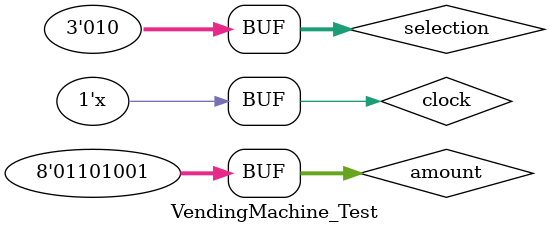
<source format=v>
`timescale 1ns / 1ps


module VendingMachine_Test;

	// Inputs
	reg[7:0] amount;
	reg[2:0] selection;
	reg clock;

	// Outputs
	wire [4:0] change_nickels;
	wire [3:0] change_dimes;
	wire [1:0] change_quarters;
	wire change_dollar;	
	wire [2:0] item_dispensed;


	// Instantiate the Unit Under Test (UUT)
	VendingMachine uut (
		.amount(amount),
		.selection(selection),
		.clock(clock),
		.change_nickels(change_nickels),
		.change_dimes(change_dimes),
		.change_quarters(change_quarters),
		.change_dollar(change_dollar),
		.item_dispensed(item_dispensed)
	);

	always begin
		#5
		clock = !clock;
	end


	initial begin
		clock = 0;
		amount = 0;
		selection = 0;
        
		// Add stimulus here
		#10
		amount=5;
		selection=6;
		#10
		amount=5;
		selection=6;
		#10
		amount=5;
		selection=5;
		#10
		amount=25;
		selection=6;
		#10
		amount=5;
		selection=6;
		#10
		amount=10;
		selection=6;
		#10
		amount=10;
		selection=6;
		#10
		amount=10;
		selection=3;
		#10
		amount=25;
		selection=4;
		#10
		amount=100;
		selection=0;
		#10
		amount=80;
		selection=4;
		#10
		amount=100;
		selection=1;
		#10
		amount=20;
		selection=7;
		#10
		amount=20;
		selection=0;
		#10
		amount=25;
		selection=5;
		#10
		amount=90;
		selection=2;
		#10
		amount=105;
		selection=2; 
	end
      
endmodule


</source>
